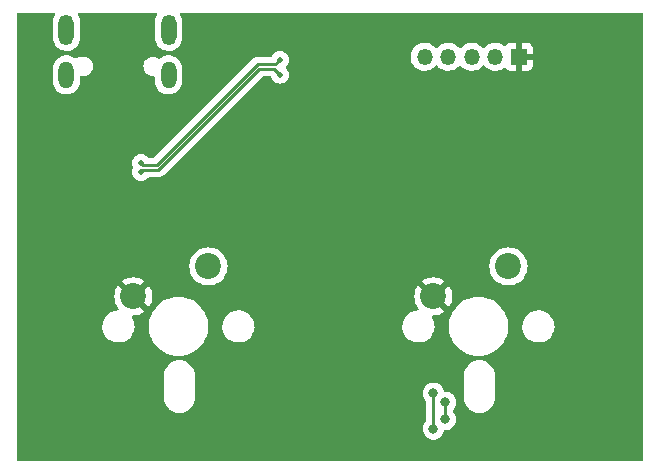
<source format=gbr>
%TF.GenerationSoftware,KiCad,Pcbnew,(6.0.0-rc2-14-ga17a58203b)*%
%TF.CreationDate,2022-02-14T14:16:27-08:00*%
%TF.ProjectId,muon,6d756f6e-2e6b-4696-9361-645f70636258,rev?*%
%TF.SameCoordinates,Original*%
%TF.FileFunction,Copper,L2,Bot*%
%TF.FilePolarity,Positive*%
%FSLAX46Y46*%
G04 Gerber Fmt 4.6, Leading zero omitted, Abs format (unit mm)*
G04 Created by KiCad (PCBNEW (6.0.0-rc2-14-ga17a58203b)) date 2022-02-14 14:16:27*
%MOMM*%
%LPD*%
G01*
G04 APERTURE LIST*
%TA.AperFunction,ComponentPad*%
%ADD10C,2.200000*%
%TD*%
%TA.AperFunction,ComponentPad*%
%ADD11O,1.300000X2.600000*%
%TD*%
%TA.AperFunction,ComponentPad*%
%ADD12O,1.300000X2.300000*%
%TD*%
%TA.AperFunction,ComponentPad*%
%ADD13R,1.350000X1.350000*%
%TD*%
%TA.AperFunction,ComponentPad*%
%ADD14O,1.350000X1.350000*%
%TD*%
%TA.AperFunction,ViaPad*%
%ADD15C,0.800000*%
%TD*%
%TA.AperFunction,ViaPad*%
%ADD16C,0.500000*%
%TD*%
%TA.AperFunction,Conductor*%
%ADD17C,0.250000*%
%TD*%
G04 APERTURE END LIST*
D10*
%TO.P,SW2,1,A*%
%TO.N,/SW2*%
X170100000Y-80000000D03*
%TO.P,SW2,2,B*%
%TO.N,GND*%
X163750000Y-82540000D03*
%TD*%
D11*
%TO.P,J2,S1,SHIELD*%
%TO.N,/SH*%
X132680000Y-59950000D03*
D12*
X141320000Y-63775000D03*
X132680000Y-63775000D03*
D11*
X141320000Y-59950000D03*
%TD*%
D13*
%TO.P,J1,1,Pin_1*%
%TO.N,GND*%
X171000000Y-62250000D03*
D14*
%TO.P,J1,2,Pin_2*%
%TO.N,+3V3*%
X169000000Y-62250000D03*
%TO.P,J1,3,Pin_3*%
%TO.N,/SWCLK*%
X167000000Y-62250000D03*
%TO.P,J1,4,Pin_4*%
%TO.N,/SWDIO*%
X165000000Y-62250000D03*
%TO.P,J1,5,Pin_5*%
%TO.N,/RESET*%
X163000000Y-62250000D03*
%TD*%
D10*
%TO.P,SW1,1,A*%
%TO.N,/SW1*%
X144700000Y-80000000D03*
%TO.P,SW1,2,B*%
%TO.N,GND*%
X138350000Y-82540000D03*
%TD*%
D15*
%TO.N,GND*%
X171000000Y-64412500D03*
X129500000Y-63500000D03*
X172000000Y-64412500D03*
D16*
X138500000Y-67500000D03*
D15*
X129500000Y-60500000D03*
%TO.N,/LED_R*%
X163750000Y-93750000D03*
X163750000Y-90750000D03*
%TO.N,/LED_G*%
X164750000Y-92944020D03*
X164750000Y-91500000D03*
D16*
%TO.N,/D+*%
X139000000Y-72000000D03*
X150750000Y-63750000D03*
%TO.N,/D-*%
X150750000Y-62500000D03*
X139000000Y-71250000D03*
%TD*%
D17*
%TO.N,/LED_R*%
X163750000Y-90750000D02*
X163750000Y-93750000D01*
%TO.N,/LED_G*%
X164750000Y-92944020D02*
X164750000Y-91500000D01*
%TO.N,/D+*%
X140450000Y-71800000D02*
X139200000Y-71800000D01*
X150750000Y-63750000D02*
X150250000Y-63250000D01*
X149000000Y-63250000D02*
X140450000Y-71800000D01*
X139200000Y-71800000D02*
X139000000Y-72000000D01*
X150250000Y-63250000D02*
X149000000Y-63250000D01*
%TO.N,/D-*%
X139200000Y-71450000D02*
X139000000Y-71250000D01*
X148855223Y-62900481D02*
X148650480Y-63105225D01*
X148650480Y-63105225D02*
X140305704Y-71450000D01*
X150750000Y-62500000D02*
X150349519Y-62900481D01*
X140305704Y-71450000D02*
X139200000Y-71450000D01*
X150349519Y-62900481D02*
X148855223Y-62900481D01*
%TD*%
%TA.AperFunction,Conductor*%
%TO.N,GND*%
G36*
X131646995Y-58528002D02*
G01*
X131693488Y-58581658D01*
X131703592Y-58651932D01*
X131690382Y-58692668D01*
X131605100Y-58854762D01*
X131603386Y-58860283D01*
X131603384Y-58860287D01*
X131550494Y-59030623D01*
X131541961Y-59058102D01*
X131521500Y-59230982D01*
X131521500Y-60654013D01*
X131536019Y-60812024D01*
X131593814Y-61016948D01*
X131596366Y-61022123D01*
X131596368Y-61022128D01*
X131671863Y-61175215D01*
X131687985Y-61207908D01*
X131815378Y-61378509D01*
X131971729Y-61523037D01*
X132097920Y-61602658D01*
X132139629Y-61628974D01*
X132151799Y-61636653D01*
X132349559Y-61715551D01*
X132355219Y-61716677D01*
X132355223Y-61716678D01*
X132552718Y-61755962D01*
X132552720Y-61755962D01*
X132558385Y-61757089D01*
X132564160Y-61757165D01*
X132564164Y-61757165D01*
X132670839Y-61758561D01*
X132771284Y-61759876D01*
X132776982Y-61758897D01*
X132975436Y-61724797D01*
X132975439Y-61724796D01*
X132981126Y-61723819D01*
X133180884Y-61650125D01*
X133363866Y-61541261D01*
X133523946Y-61400875D01*
X133655762Y-61233667D01*
X133669943Y-61206715D01*
X133736322Y-61080548D01*
X133754900Y-61045238D01*
X133763685Y-61016948D01*
X133816324Y-60847421D01*
X133818039Y-60841898D01*
X133838500Y-60669018D01*
X133838500Y-59245987D01*
X133823981Y-59087976D01*
X133766186Y-58883052D01*
X133672015Y-58692092D01*
X133673808Y-58691208D01*
X133657601Y-58631314D01*
X133679050Y-58563635D01*
X133733684Y-58518297D01*
X133783572Y-58508000D01*
X140218874Y-58508000D01*
X140286995Y-58528002D01*
X140333488Y-58581658D01*
X140343592Y-58651932D01*
X140330382Y-58692668D01*
X140245100Y-58854762D01*
X140243386Y-58860283D01*
X140243384Y-58860287D01*
X140190494Y-59030623D01*
X140181961Y-59058102D01*
X140161500Y-59230982D01*
X140161500Y-60654013D01*
X140176019Y-60812024D01*
X140233814Y-61016948D01*
X140236366Y-61022123D01*
X140236368Y-61022128D01*
X140311863Y-61175215D01*
X140327985Y-61207908D01*
X140455378Y-61378509D01*
X140611729Y-61523037D01*
X140737920Y-61602658D01*
X140779629Y-61628974D01*
X140791799Y-61636653D01*
X140989559Y-61715551D01*
X140995219Y-61716677D01*
X140995223Y-61716678D01*
X141192718Y-61755962D01*
X141192720Y-61755962D01*
X141198385Y-61757089D01*
X141204160Y-61757165D01*
X141204164Y-61757165D01*
X141310839Y-61758561D01*
X141411284Y-61759876D01*
X141416982Y-61758897D01*
X141615436Y-61724797D01*
X141615439Y-61724796D01*
X141621126Y-61723819D01*
X141820884Y-61650125D01*
X142003866Y-61541261D01*
X142163946Y-61400875D01*
X142295762Y-61233667D01*
X142309943Y-61206715D01*
X142376322Y-61080548D01*
X142394900Y-61045238D01*
X142403685Y-61016948D01*
X142456324Y-60847421D01*
X142458039Y-60841898D01*
X142478500Y-60669018D01*
X142478500Y-59245987D01*
X142463981Y-59087976D01*
X142406186Y-58883052D01*
X142312015Y-58692092D01*
X142313808Y-58691208D01*
X142297601Y-58631314D01*
X142319050Y-58563635D01*
X142373684Y-58518297D01*
X142423572Y-58508000D01*
X181366000Y-58508000D01*
X181434121Y-58528002D01*
X181480614Y-58581658D01*
X181492000Y-58634000D01*
X181492000Y-96366000D01*
X181471998Y-96434121D01*
X181418342Y-96480614D01*
X181366000Y-96492000D01*
X128634000Y-96492000D01*
X128565879Y-96471998D01*
X128519386Y-96418342D01*
X128508000Y-96366000D01*
X128508000Y-93750000D01*
X162836496Y-93750000D01*
X162856458Y-93939928D01*
X162915473Y-94121556D01*
X163010960Y-94286944D01*
X163138747Y-94428866D01*
X163293248Y-94541118D01*
X163299276Y-94543802D01*
X163299278Y-94543803D01*
X163461681Y-94616109D01*
X163467712Y-94618794D01*
X163561113Y-94638647D01*
X163648056Y-94657128D01*
X163648061Y-94657128D01*
X163654513Y-94658500D01*
X163845487Y-94658500D01*
X163851939Y-94657128D01*
X163851944Y-94657128D01*
X163938887Y-94638647D01*
X164032288Y-94618794D01*
X164038319Y-94616109D01*
X164200722Y-94543803D01*
X164200724Y-94543802D01*
X164206752Y-94541118D01*
X164361253Y-94428866D01*
X164489040Y-94286944D01*
X164584527Y-94121556D01*
X164643542Y-93939928D01*
X164646400Y-93940857D01*
X164673900Y-93889879D01*
X164736038Y-93855537D01*
X164763448Y-93852520D01*
X164845487Y-93852520D01*
X164851939Y-93851148D01*
X164851944Y-93851148D01*
X164938888Y-93832667D01*
X165032288Y-93812814D01*
X165038319Y-93810129D01*
X165200722Y-93737823D01*
X165200724Y-93737822D01*
X165206752Y-93735138D01*
X165361253Y-93622886D01*
X165489040Y-93480964D01*
X165584527Y-93315576D01*
X165643542Y-93133948D01*
X165652631Y-93047476D01*
X165662814Y-92950585D01*
X165663504Y-92944020D01*
X165643542Y-92754092D01*
X165584527Y-92572464D01*
X165489040Y-92407076D01*
X165415863Y-92325805D01*
X165385147Y-92261799D01*
X165383500Y-92241496D01*
X165383500Y-92202524D01*
X165403502Y-92134403D01*
X165415858Y-92118221D01*
X165489040Y-92036944D01*
X165584527Y-91871556D01*
X165643542Y-91689928D01*
X165663504Y-91500000D01*
X165643542Y-91310072D01*
X165592222Y-91152127D01*
X166331500Y-91152127D01*
X166346457Y-91323087D01*
X166347881Y-91328400D01*
X166347881Y-91328402D01*
X166375700Y-91432221D01*
X166405716Y-91544243D01*
X166408039Y-91549224D01*
X166408039Y-91549225D01*
X166500151Y-91746762D01*
X166500154Y-91746767D01*
X166502477Y-91751749D01*
X166633802Y-91939300D01*
X166795700Y-92101198D01*
X166800208Y-92104355D01*
X166800211Y-92104357D01*
X166878389Y-92159098D01*
X166983251Y-92232523D01*
X166988233Y-92234846D01*
X166988238Y-92234849D01*
X167185775Y-92326961D01*
X167190757Y-92329284D01*
X167196065Y-92330706D01*
X167196067Y-92330707D01*
X167406598Y-92387119D01*
X167406600Y-92387119D01*
X167411913Y-92388543D01*
X167640000Y-92408498D01*
X167868087Y-92388543D01*
X167873400Y-92387119D01*
X167873402Y-92387119D01*
X168083933Y-92330707D01*
X168083935Y-92330706D01*
X168089243Y-92329284D01*
X168094225Y-92326961D01*
X168291762Y-92234849D01*
X168291767Y-92234846D01*
X168296749Y-92232523D01*
X168401611Y-92159098D01*
X168479789Y-92104357D01*
X168479792Y-92104355D01*
X168484300Y-92101198D01*
X168646198Y-91939300D01*
X168777523Y-91751749D01*
X168779846Y-91746767D01*
X168779849Y-91746762D01*
X168871961Y-91549225D01*
X168871961Y-91549224D01*
X168874284Y-91544243D01*
X168904301Y-91432221D01*
X168932119Y-91328402D01*
X168932119Y-91328400D01*
X168933543Y-91323087D01*
X168948500Y-91152127D01*
X168948500Y-89187873D01*
X168933543Y-89016913D01*
X168874284Y-88795757D01*
X168871961Y-88790775D01*
X168779849Y-88593238D01*
X168779846Y-88593233D01*
X168777523Y-88588251D01*
X168646198Y-88400700D01*
X168484300Y-88238802D01*
X168479792Y-88235645D01*
X168479789Y-88235643D01*
X168401611Y-88180902D01*
X168296749Y-88107477D01*
X168291767Y-88105154D01*
X168291762Y-88105151D01*
X168094225Y-88013039D01*
X168094224Y-88013039D01*
X168089243Y-88010716D01*
X168083935Y-88009294D01*
X168083933Y-88009293D01*
X167873402Y-87952881D01*
X167873400Y-87952881D01*
X167868087Y-87951457D01*
X167640000Y-87931502D01*
X167411913Y-87951457D01*
X167406600Y-87952881D01*
X167406598Y-87952881D01*
X167196067Y-88009293D01*
X167196065Y-88009294D01*
X167190757Y-88010716D01*
X167185776Y-88013039D01*
X167185775Y-88013039D01*
X166988238Y-88105151D01*
X166988233Y-88105154D01*
X166983251Y-88107477D01*
X166878389Y-88180902D01*
X166800211Y-88235643D01*
X166800208Y-88235645D01*
X166795700Y-88238802D01*
X166633802Y-88400700D01*
X166502477Y-88588251D01*
X166500154Y-88593233D01*
X166500151Y-88593238D01*
X166408039Y-88790775D01*
X166405716Y-88795757D01*
X166346457Y-89016913D01*
X166331500Y-89187873D01*
X166331500Y-91152127D01*
X165592222Y-91152127D01*
X165584527Y-91128444D01*
X165489040Y-90963056D01*
X165468216Y-90939928D01*
X165365675Y-90826045D01*
X165365674Y-90826044D01*
X165361253Y-90821134D01*
X165206752Y-90708882D01*
X165200724Y-90706198D01*
X165200722Y-90706197D01*
X165038319Y-90633891D01*
X165038318Y-90633891D01*
X165032288Y-90631206D01*
X164938888Y-90611353D01*
X164851944Y-90592872D01*
X164851939Y-90592872D01*
X164845487Y-90591500D01*
X164745298Y-90591500D01*
X164677177Y-90571498D01*
X164630684Y-90517842D01*
X164625465Y-90504437D01*
X164586568Y-90384726D01*
X164584527Y-90378444D01*
X164489040Y-90213056D01*
X164361253Y-90071134D01*
X164206752Y-89958882D01*
X164200724Y-89956198D01*
X164200722Y-89956197D01*
X164038319Y-89883891D01*
X164038318Y-89883891D01*
X164032288Y-89881206D01*
X163938887Y-89861353D01*
X163851944Y-89842872D01*
X163851939Y-89842872D01*
X163845487Y-89841500D01*
X163654513Y-89841500D01*
X163648061Y-89842872D01*
X163648056Y-89842872D01*
X163561113Y-89861353D01*
X163467712Y-89881206D01*
X163461682Y-89883891D01*
X163461681Y-89883891D01*
X163299278Y-89956197D01*
X163299276Y-89956198D01*
X163293248Y-89958882D01*
X163138747Y-90071134D01*
X163010960Y-90213056D01*
X162915473Y-90378444D01*
X162856458Y-90560072D01*
X162855768Y-90566633D01*
X162855768Y-90566635D01*
X162848699Y-90633891D01*
X162836496Y-90750000D01*
X162837186Y-90756565D01*
X162844489Y-90826045D01*
X162856458Y-90939928D01*
X162915473Y-91121556D01*
X163010960Y-91286944D01*
X163084137Y-91368215D01*
X163114853Y-91432221D01*
X163116500Y-91452524D01*
X163116500Y-93047476D01*
X163096498Y-93115597D01*
X163084142Y-93131779D01*
X163010960Y-93213056D01*
X162915473Y-93378444D01*
X162856458Y-93560072D01*
X162836496Y-93750000D01*
X128508000Y-93750000D01*
X128508000Y-91152127D01*
X140931500Y-91152127D01*
X140946457Y-91323087D01*
X140947881Y-91328400D01*
X140947881Y-91328402D01*
X140975700Y-91432221D01*
X141005716Y-91544243D01*
X141008039Y-91549224D01*
X141008039Y-91549225D01*
X141100151Y-91746762D01*
X141100154Y-91746767D01*
X141102477Y-91751749D01*
X141233802Y-91939300D01*
X141395700Y-92101198D01*
X141400208Y-92104355D01*
X141400211Y-92104357D01*
X141478389Y-92159098D01*
X141583251Y-92232523D01*
X141588233Y-92234846D01*
X141588238Y-92234849D01*
X141785775Y-92326961D01*
X141790757Y-92329284D01*
X141796065Y-92330706D01*
X141796067Y-92330707D01*
X142006598Y-92387119D01*
X142006600Y-92387119D01*
X142011913Y-92388543D01*
X142240000Y-92408498D01*
X142468087Y-92388543D01*
X142473400Y-92387119D01*
X142473402Y-92387119D01*
X142683933Y-92330707D01*
X142683935Y-92330706D01*
X142689243Y-92329284D01*
X142694225Y-92326961D01*
X142891762Y-92234849D01*
X142891767Y-92234846D01*
X142896749Y-92232523D01*
X143001611Y-92159098D01*
X143079789Y-92104357D01*
X143079792Y-92104355D01*
X143084300Y-92101198D01*
X143246198Y-91939300D01*
X143377523Y-91751749D01*
X143379846Y-91746767D01*
X143379849Y-91746762D01*
X143471961Y-91549225D01*
X143471961Y-91549224D01*
X143474284Y-91544243D01*
X143504301Y-91432221D01*
X143532119Y-91328402D01*
X143532119Y-91328400D01*
X143533543Y-91323087D01*
X143548500Y-91152127D01*
X143548500Y-89187873D01*
X143533543Y-89016913D01*
X143474284Y-88795757D01*
X143471961Y-88790775D01*
X143379849Y-88593238D01*
X143379846Y-88593233D01*
X143377523Y-88588251D01*
X143246198Y-88400700D01*
X143084300Y-88238802D01*
X143079792Y-88235645D01*
X143079789Y-88235643D01*
X143001611Y-88180902D01*
X142896749Y-88107477D01*
X142891767Y-88105154D01*
X142891762Y-88105151D01*
X142694225Y-88013039D01*
X142694224Y-88013039D01*
X142689243Y-88010716D01*
X142683935Y-88009294D01*
X142683933Y-88009293D01*
X142473402Y-87952881D01*
X142473400Y-87952881D01*
X142468087Y-87951457D01*
X142240000Y-87931502D01*
X142011913Y-87951457D01*
X142006600Y-87952881D01*
X142006598Y-87952881D01*
X141796067Y-88009293D01*
X141796065Y-88009294D01*
X141790757Y-88010716D01*
X141785776Y-88013039D01*
X141785775Y-88013039D01*
X141588238Y-88105151D01*
X141588233Y-88105154D01*
X141583251Y-88107477D01*
X141478389Y-88180902D01*
X141400211Y-88235643D01*
X141400208Y-88235645D01*
X141395700Y-88238802D01*
X141233802Y-88400700D01*
X141102477Y-88588251D01*
X141100154Y-88593233D01*
X141100151Y-88593238D01*
X141008039Y-88790775D01*
X141005716Y-88795757D01*
X140946457Y-89016913D01*
X140931500Y-89187873D01*
X140931500Y-91152127D01*
X128508000Y-91152127D01*
X128508000Y-85015774D01*
X135718102Y-85015774D01*
X135726751Y-85246158D01*
X135774093Y-85471791D01*
X135858776Y-85686221D01*
X135978377Y-85883317D01*
X135981874Y-85887347D01*
X136068438Y-85987103D01*
X136129477Y-86057445D01*
X136133608Y-86060832D01*
X136303627Y-86200240D01*
X136303633Y-86200244D01*
X136307755Y-86203624D01*
X136312391Y-86206263D01*
X136312394Y-86206265D01*
X136421422Y-86268327D01*
X136508114Y-86317675D01*
X136724825Y-86396337D01*
X136730074Y-86397286D01*
X136730077Y-86397287D01*
X136947608Y-86436623D01*
X136947615Y-86436624D01*
X136951692Y-86437361D01*
X136969414Y-86438197D01*
X136974356Y-86438430D01*
X136974363Y-86438430D01*
X136975844Y-86438500D01*
X137137890Y-86438500D01*
X137204809Y-86432822D01*
X137304409Y-86424371D01*
X137304413Y-86424370D01*
X137309720Y-86423920D01*
X137314875Y-86422582D01*
X137314881Y-86422581D01*
X137527703Y-86367343D01*
X137527707Y-86367342D01*
X137532872Y-86366001D01*
X137537738Y-86363809D01*
X137537741Y-86363808D01*
X137738202Y-86273507D01*
X137743075Y-86271312D01*
X137934319Y-86142559D01*
X138101135Y-85983424D01*
X138238754Y-85798458D01*
X138343240Y-85592949D01*
X138356274Y-85550975D01*
X138410024Y-85377871D01*
X138411607Y-85372773D01*
X138412308Y-85367484D01*
X138429493Y-85237821D01*
X139651500Y-85237821D01*
X139691060Y-85550975D01*
X139769557Y-85856702D01*
X139771010Y-85860371D01*
X139771010Y-85860372D01*
X139881279Y-86138878D01*
X139885753Y-86150179D01*
X139887659Y-86153647D01*
X139887660Y-86153648D01*
X140021603Y-86397287D01*
X140037816Y-86426779D01*
X140223346Y-86682140D01*
X140439418Y-86912233D01*
X140682625Y-87113432D01*
X140949131Y-87282562D01*
X140952710Y-87284246D01*
X140952717Y-87284250D01*
X141231144Y-87415267D01*
X141231148Y-87415269D01*
X141234734Y-87416956D01*
X141534928Y-87514495D01*
X141844980Y-87573641D01*
X142081162Y-87588500D01*
X142238838Y-87588500D01*
X142475020Y-87573641D01*
X142785072Y-87514495D01*
X143085266Y-87416956D01*
X143088852Y-87415269D01*
X143088856Y-87415267D01*
X143367283Y-87284250D01*
X143367290Y-87284246D01*
X143370869Y-87282562D01*
X143637375Y-87113432D01*
X143880582Y-86912233D01*
X144096654Y-86682140D01*
X144282184Y-86426779D01*
X144298398Y-86397287D01*
X144432340Y-86153648D01*
X144432341Y-86153647D01*
X144434247Y-86150179D01*
X144438722Y-86138878D01*
X144548990Y-85860372D01*
X144548990Y-85860371D01*
X144550443Y-85856702D01*
X144628940Y-85550975D01*
X144668500Y-85237821D01*
X144668500Y-85015774D01*
X145878102Y-85015774D01*
X145886751Y-85246158D01*
X145934093Y-85471791D01*
X146018776Y-85686221D01*
X146138377Y-85883317D01*
X146141874Y-85887347D01*
X146228438Y-85987103D01*
X146289477Y-86057445D01*
X146293608Y-86060832D01*
X146463627Y-86200240D01*
X146463633Y-86200244D01*
X146467755Y-86203624D01*
X146472391Y-86206263D01*
X146472394Y-86206265D01*
X146581422Y-86268327D01*
X146668114Y-86317675D01*
X146884825Y-86396337D01*
X146890074Y-86397286D01*
X146890077Y-86397287D01*
X147107608Y-86436623D01*
X147107615Y-86436624D01*
X147111692Y-86437361D01*
X147129414Y-86438197D01*
X147134356Y-86438430D01*
X147134363Y-86438430D01*
X147135844Y-86438500D01*
X147297890Y-86438500D01*
X147364809Y-86432822D01*
X147464409Y-86424371D01*
X147464413Y-86424370D01*
X147469720Y-86423920D01*
X147474875Y-86422582D01*
X147474881Y-86422581D01*
X147687703Y-86367343D01*
X147687707Y-86367342D01*
X147692872Y-86366001D01*
X147697738Y-86363809D01*
X147697741Y-86363808D01*
X147898202Y-86273507D01*
X147903075Y-86271312D01*
X148094319Y-86142559D01*
X148261135Y-85983424D01*
X148398754Y-85798458D01*
X148503240Y-85592949D01*
X148516274Y-85550975D01*
X148570024Y-85377871D01*
X148571607Y-85372773D01*
X148572308Y-85367484D01*
X148601198Y-85149511D01*
X148601198Y-85149506D01*
X148601898Y-85144226D01*
X148597076Y-85015774D01*
X161118102Y-85015774D01*
X161126751Y-85246158D01*
X161174093Y-85471791D01*
X161258776Y-85686221D01*
X161378377Y-85883317D01*
X161381874Y-85887347D01*
X161468438Y-85987103D01*
X161529477Y-86057445D01*
X161533608Y-86060832D01*
X161703627Y-86200240D01*
X161703633Y-86200244D01*
X161707755Y-86203624D01*
X161712391Y-86206263D01*
X161712394Y-86206265D01*
X161821422Y-86268327D01*
X161908114Y-86317675D01*
X162124825Y-86396337D01*
X162130074Y-86397286D01*
X162130077Y-86397287D01*
X162347608Y-86436623D01*
X162347615Y-86436624D01*
X162351692Y-86437361D01*
X162369414Y-86438197D01*
X162374356Y-86438430D01*
X162374363Y-86438430D01*
X162375844Y-86438500D01*
X162537890Y-86438500D01*
X162604809Y-86432822D01*
X162704409Y-86424371D01*
X162704413Y-86424370D01*
X162709720Y-86423920D01*
X162714875Y-86422582D01*
X162714881Y-86422581D01*
X162927703Y-86367343D01*
X162927707Y-86367342D01*
X162932872Y-86366001D01*
X162937738Y-86363809D01*
X162937741Y-86363808D01*
X163138202Y-86273507D01*
X163143075Y-86271312D01*
X163334319Y-86142559D01*
X163501135Y-85983424D01*
X163638754Y-85798458D01*
X163743240Y-85592949D01*
X163756274Y-85550975D01*
X163810024Y-85377871D01*
X163811607Y-85372773D01*
X163812308Y-85367484D01*
X163829493Y-85237821D01*
X165051500Y-85237821D01*
X165091060Y-85550975D01*
X165169557Y-85856702D01*
X165171010Y-85860371D01*
X165171010Y-85860372D01*
X165281279Y-86138878D01*
X165285753Y-86150179D01*
X165287659Y-86153647D01*
X165287660Y-86153648D01*
X165421603Y-86397287D01*
X165437816Y-86426779D01*
X165623346Y-86682140D01*
X165839418Y-86912233D01*
X166082625Y-87113432D01*
X166349131Y-87282562D01*
X166352710Y-87284246D01*
X166352717Y-87284250D01*
X166631144Y-87415267D01*
X166631148Y-87415269D01*
X166634734Y-87416956D01*
X166934928Y-87514495D01*
X167244980Y-87573641D01*
X167481162Y-87588500D01*
X167638838Y-87588500D01*
X167875020Y-87573641D01*
X168185072Y-87514495D01*
X168485266Y-87416956D01*
X168488852Y-87415269D01*
X168488856Y-87415267D01*
X168767283Y-87284250D01*
X168767290Y-87284246D01*
X168770869Y-87282562D01*
X169037375Y-87113432D01*
X169280582Y-86912233D01*
X169496654Y-86682140D01*
X169682184Y-86426779D01*
X169698398Y-86397287D01*
X169832340Y-86153648D01*
X169832341Y-86153647D01*
X169834247Y-86150179D01*
X169838722Y-86138878D01*
X169948990Y-85860372D01*
X169948990Y-85860371D01*
X169950443Y-85856702D01*
X170028940Y-85550975D01*
X170068500Y-85237821D01*
X170068500Y-85015774D01*
X171278102Y-85015774D01*
X171286751Y-85246158D01*
X171334093Y-85471791D01*
X171418776Y-85686221D01*
X171538377Y-85883317D01*
X171541874Y-85887347D01*
X171628438Y-85987103D01*
X171689477Y-86057445D01*
X171693608Y-86060832D01*
X171863627Y-86200240D01*
X171863633Y-86200244D01*
X171867755Y-86203624D01*
X171872391Y-86206263D01*
X171872394Y-86206265D01*
X171981422Y-86268327D01*
X172068114Y-86317675D01*
X172284825Y-86396337D01*
X172290074Y-86397286D01*
X172290077Y-86397287D01*
X172507608Y-86436623D01*
X172507615Y-86436624D01*
X172511692Y-86437361D01*
X172529414Y-86438197D01*
X172534356Y-86438430D01*
X172534363Y-86438430D01*
X172535844Y-86438500D01*
X172697890Y-86438500D01*
X172764809Y-86432822D01*
X172864409Y-86424371D01*
X172864413Y-86424370D01*
X172869720Y-86423920D01*
X172874875Y-86422582D01*
X172874881Y-86422581D01*
X173087703Y-86367343D01*
X173087707Y-86367342D01*
X173092872Y-86366001D01*
X173097738Y-86363809D01*
X173097741Y-86363808D01*
X173298202Y-86273507D01*
X173303075Y-86271312D01*
X173494319Y-86142559D01*
X173661135Y-85983424D01*
X173798754Y-85798458D01*
X173903240Y-85592949D01*
X173916274Y-85550975D01*
X173970024Y-85377871D01*
X173971607Y-85372773D01*
X173972308Y-85367484D01*
X174001198Y-85149511D01*
X174001198Y-85149506D01*
X174001898Y-85144226D01*
X173993249Y-84913842D01*
X173945907Y-84688209D01*
X173861224Y-84473779D01*
X173741623Y-84276683D01*
X173654755Y-84176576D01*
X173594023Y-84106588D01*
X173594021Y-84106586D01*
X173590523Y-84102555D01*
X173548970Y-84068484D01*
X173416373Y-83959760D01*
X173416367Y-83959756D01*
X173412245Y-83956376D01*
X173407609Y-83953737D01*
X173407606Y-83953735D01*
X173216529Y-83844968D01*
X173211886Y-83842325D01*
X172995175Y-83763663D01*
X172989926Y-83762714D01*
X172989923Y-83762713D01*
X172772392Y-83723377D01*
X172772385Y-83723376D01*
X172768308Y-83722639D01*
X172750586Y-83721803D01*
X172745644Y-83721570D01*
X172745637Y-83721570D01*
X172744156Y-83721500D01*
X172582110Y-83721500D01*
X172515191Y-83727178D01*
X172415591Y-83735629D01*
X172415587Y-83735630D01*
X172410280Y-83736080D01*
X172405125Y-83737418D01*
X172405119Y-83737419D01*
X172192297Y-83792657D01*
X172192293Y-83792658D01*
X172187128Y-83793999D01*
X172182262Y-83796191D01*
X172182259Y-83796192D01*
X172074287Y-83844830D01*
X171976925Y-83888688D01*
X171785681Y-84017441D01*
X171618865Y-84176576D01*
X171481246Y-84361542D01*
X171376760Y-84567051D01*
X171375178Y-84572145D01*
X171375177Y-84572148D01*
X171313115Y-84772020D01*
X171308393Y-84787227D01*
X171307692Y-84792516D01*
X171292304Y-84908623D01*
X171278102Y-85015774D01*
X170068500Y-85015774D01*
X170068500Y-84922179D01*
X170028940Y-84609025D01*
X169950443Y-84303298D01*
X169900270Y-84176576D01*
X169835702Y-84013495D01*
X169835700Y-84013490D01*
X169834247Y-84009821D01*
X169767653Y-83888688D01*
X169684093Y-83736693D01*
X169684091Y-83736690D01*
X169682184Y-83733221D01*
X169496654Y-83477860D01*
X169317423Y-83286999D01*
X169283297Y-83250658D01*
X169283296Y-83250657D01*
X169280582Y-83247767D01*
X169037375Y-83046568D01*
X168770869Y-82877438D01*
X168767290Y-82875754D01*
X168767283Y-82875750D01*
X168488856Y-82744733D01*
X168488852Y-82744731D01*
X168485266Y-82743044D01*
X168185072Y-82645505D01*
X167875020Y-82586359D01*
X167638838Y-82571500D01*
X167481162Y-82571500D01*
X167244980Y-82586359D01*
X166934928Y-82645505D01*
X166634734Y-82743044D01*
X166631148Y-82744731D01*
X166631144Y-82744733D01*
X166352717Y-82875750D01*
X166352710Y-82875754D01*
X166349131Y-82877438D01*
X166082625Y-83046568D01*
X165839418Y-83247767D01*
X165836704Y-83250657D01*
X165836703Y-83250658D01*
X165802577Y-83286999D01*
X165623346Y-83477860D01*
X165437816Y-83733221D01*
X165435909Y-83736690D01*
X165435907Y-83736693D01*
X165352347Y-83888688D01*
X165285753Y-84009821D01*
X165284300Y-84013490D01*
X165284298Y-84013495D01*
X165219730Y-84176576D01*
X165169557Y-84303298D01*
X165091060Y-84609025D01*
X165051500Y-84922179D01*
X165051500Y-85237821D01*
X163829493Y-85237821D01*
X163841198Y-85149511D01*
X163841198Y-85149506D01*
X163841898Y-85144226D01*
X163833249Y-84913842D01*
X163785907Y-84688209D01*
X163701224Y-84473779D01*
X163698456Y-84469217D01*
X163698453Y-84469211D01*
X163621943Y-84343126D01*
X163603704Y-84274512D01*
X163625456Y-84206930D01*
X163680292Y-84161836D01*
X163739553Y-84152150D01*
X163745065Y-84152584D01*
X163754930Y-84152584D01*
X163997390Y-84133502D01*
X164007137Y-84131959D01*
X164243624Y-84075183D01*
X164253009Y-84072134D01*
X164477700Y-83979064D01*
X164486494Y-83974583D01*
X164681167Y-83855287D01*
X164690627Y-83844830D01*
X164686844Y-83836054D01*
X163391922Y-82541132D01*
X164114408Y-82541132D01*
X164114539Y-82542965D01*
X164118790Y-82549580D01*
X165043010Y-83473800D01*
X165055390Y-83480560D01*
X165063040Y-83474833D01*
X165184583Y-83276494D01*
X165189064Y-83267700D01*
X165282134Y-83043009D01*
X165285183Y-83033624D01*
X165341959Y-82797137D01*
X165343502Y-82787390D01*
X165362584Y-82544930D01*
X165362584Y-82535070D01*
X165343502Y-82292610D01*
X165341959Y-82282863D01*
X165285183Y-82046376D01*
X165282134Y-82036991D01*
X165189064Y-81812300D01*
X165184583Y-81803506D01*
X165065287Y-81608833D01*
X165054830Y-81599373D01*
X165046054Y-81603156D01*
X164122022Y-82527188D01*
X164114408Y-82541132D01*
X163391922Y-82541132D01*
X162456990Y-81606200D01*
X162444610Y-81599440D01*
X162436960Y-81605167D01*
X162315417Y-81803506D01*
X162310936Y-81812300D01*
X162217866Y-82036991D01*
X162214817Y-82046376D01*
X162158041Y-82282863D01*
X162156498Y-82292610D01*
X162137416Y-82535070D01*
X162137416Y-82544930D01*
X162156498Y-82787390D01*
X162158041Y-82797137D01*
X162214817Y-83033624D01*
X162217866Y-83043009D01*
X162310936Y-83267700D01*
X162315417Y-83276494D01*
X162442496Y-83483867D01*
X162448294Y-83491847D01*
X162470017Y-83517282D01*
X162499048Y-83582072D01*
X162488443Y-83652272D01*
X162441568Y-83705594D01*
X162384860Y-83724661D01*
X162337663Y-83728665D01*
X162255591Y-83735629D01*
X162255587Y-83735630D01*
X162250280Y-83736080D01*
X162245125Y-83737418D01*
X162245119Y-83737419D01*
X162032297Y-83792657D01*
X162032293Y-83792658D01*
X162027128Y-83793999D01*
X162022262Y-83796191D01*
X162022259Y-83796192D01*
X161914287Y-83844830D01*
X161816925Y-83888688D01*
X161625681Y-84017441D01*
X161458865Y-84176576D01*
X161321246Y-84361542D01*
X161216760Y-84567051D01*
X161215178Y-84572145D01*
X161215177Y-84572148D01*
X161153115Y-84772020D01*
X161148393Y-84787227D01*
X161147692Y-84792516D01*
X161132304Y-84908623D01*
X161118102Y-85015774D01*
X148597076Y-85015774D01*
X148593249Y-84913842D01*
X148545907Y-84688209D01*
X148461224Y-84473779D01*
X148341623Y-84276683D01*
X148254755Y-84176576D01*
X148194023Y-84106588D01*
X148194021Y-84106586D01*
X148190523Y-84102555D01*
X148148970Y-84068484D01*
X148016373Y-83959760D01*
X148016367Y-83959756D01*
X148012245Y-83956376D01*
X148007609Y-83953737D01*
X148007606Y-83953735D01*
X147816529Y-83844968D01*
X147811886Y-83842325D01*
X147595175Y-83763663D01*
X147589926Y-83762714D01*
X147589923Y-83762713D01*
X147372392Y-83723377D01*
X147372385Y-83723376D01*
X147368308Y-83722639D01*
X147350586Y-83721803D01*
X147345644Y-83721570D01*
X147345637Y-83721570D01*
X147344156Y-83721500D01*
X147182110Y-83721500D01*
X147115191Y-83727178D01*
X147015591Y-83735629D01*
X147015587Y-83735630D01*
X147010280Y-83736080D01*
X147005125Y-83737418D01*
X147005119Y-83737419D01*
X146792297Y-83792657D01*
X146792293Y-83792658D01*
X146787128Y-83793999D01*
X146782262Y-83796191D01*
X146782259Y-83796192D01*
X146674287Y-83844830D01*
X146576925Y-83888688D01*
X146385681Y-84017441D01*
X146218865Y-84176576D01*
X146081246Y-84361542D01*
X145976760Y-84567051D01*
X145975178Y-84572145D01*
X145975177Y-84572148D01*
X145913115Y-84772020D01*
X145908393Y-84787227D01*
X145907692Y-84792516D01*
X145892304Y-84908623D01*
X145878102Y-85015774D01*
X144668500Y-85015774D01*
X144668500Y-84922179D01*
X144628940Y-84609025D01*
X144550443Y-84303298D01*
X144500270Y-84176576D01*
X144435702Y-84013495D01*
X144435700Y-84013490D01*
X144434247Y-84009821D01*
X144367653Y-83888688D01*
X144284093Y-83736693D01*
X144284091Y-83736690D01*
X144282184Y-83733221D01*
X144096654Y-83477860D01*
X143917423Y-83286999D01*
X143883297Y-83250658D01*
X143883296Y-83250657D01*
X143880582Y-83247767D01*
X143637375Y-83046568D01*
X143370869Y-82877438D01*
X143367290Y-82875754D01*
X143367283Y-82875750D01*
X143088856Y-82744733D01*
X143088852Y-82744731D01*
X143085266Y-82743044D01*
X142785072Y-82645505D01*
X142475020Y-82586359D01*
X142238838Y-82571500D01*
X142081162Y-82571500D01*
X141844980Y-82586359D01*
X141534928Y-82645505D01*
X141234734Y-82743044D01*
X141231148Y-82744731D01*
X141231144Y-82744733D01*
X140952717Y-82875750D01*
X140952710Y-82875754D01*
X140949131Y-82877438D01*
X140682625Y-83046568D01*
X140439418Y-83247767D01*
X140436704Y-83250657D01*
X140436703Y-83250658D01*
X140402577Y-83286999D01*
X140223346Y-83477860D01*
X140037816Y-83733221D01*
X140035909Y-83736690D01*
X140035907Y-83736693D01*
X139952347Y-83888688D01*
X139885753Y-84009821D01*
X139884300Y-84013490D01*
X139884298Y-84013495D01*
X139819730Y-84176576D01*
X139769557Y-84303298D01*
X139691060Y-84609025D01*
X139651500Y-84922179D01*
X139651500Y-85237821D01*
X138429493Y-85237821D01*
X138441198Y-85149511D01*
X138441198Y-85149506D01*
X138441898Y-85144226D01*
X138433249Y-84913842D01*
X138385907Y-84688209D01*
X138301224Y-84473779D01*
X138298456Y-84469217D01*
X138298453Y-84469211D01*
X138221943Y-84343126D01*
X138203704Y-84274512D01*
X138225456Y-84206930D01*
X138280292Y-84161836D01*
X138339553Y-84152150D01*
X138345065Y-84152584D01*
X138354930Y-84152584D01*
X138597390Y-84133502D01*
X138607137Y-84131959D01*
X138843624Y-84075183D01*
X138853009Y-84072134D01*
X139077700Y-83979064D01*
X139086494Y-83974583D01*
X139281167Y-83855287D01*
X139290627Y-83844830D01*
X139286844Y-83836054D01*
X137991922Y-82541132D01*
X138714408Y-82541132D01*
X138714539Y-82542965D01*
X138718790Y-82549580D01*
X139643010Y-83473800D01*
X139655390Y-83480560D01*
X139663040Y-83474833D01*
X139784583Y-83276494D01*
X139789064Y-83267700D01*
X139882134Y-83043009D01*
X139885183Y-83033624D01*
X139941959Y-82797137D01*
X139943502Y-82787390D01*
X139962584Y-82544930D01*
X139962584Y-82535070D01*
X139943502Y-82292610D01*
X139941959Y-82282863D01*
X139885183Y-82046376D01*
X139882134Y-82036991D01*
X139789064Y-81812300D01*
X139784583Y-81803506D01*
X139665287Y-81608833D01*
X139654830Y-81599373D01*
X139646054Y-81603156D01*
X138722022Y-82527188D01*
X138714408Y-82541132D01*
X137991922Y-82541132D01*
X137056990Y-81606200D01*
X137044610Y-81599440D01*
X137036960Y-81605167D01*
X136915417Y-81803506D01*
X136910936Y-81812300D01*
X136817866Y-82036991D01*
X136814817Y-82046376D01*
X136758041Y-82282863D01*
X136756498Y-82292610D01*
X136737416Y-82535070D01*
X136737416Y-82544930D01*
X136756498Y-82787390D01*
X136758041Y-82797137D01*
X136814817Y-83033624D01*
X136817866Y-83043009D01*
X136910936Y-83267700D01*
X136915417Y-83276494D01*
X137042496Y-83483867D01*
X137048294Y-83491847D01*
X137070017Y-83517282D01*
X137099048Y-83582072D01*
X137088443Y-83652272D01*
X137041568Y-83705594D01*
X136984860Y-83724661D01*
X136937663Y-83728665D01*
X136855591Y-83735629D01*
X136855587Y-83735630D01*
X136850280Y-83736080D01*
X136845125Y-83737418D01*
X136845119Y-83737419D01*
X136632297Y-83792657D01*
X136632293Y-83792658D01*
X136627128Y-83793999D01*
X136622262Y-83796191D01*
X136622259Y-83796192D01*
X136514287Y-83844830D01*
X136416925Y-83888688D01*
X136225681Y-84017441D01*
X136058865Y-84176576D01*
X135921246Y-84361542D01*
X135816760Y-84567051D01*
X135815178Y-84572145D01*
X135815177Y-84572148D01*
X135753115Y-84772020D01*
X135748393Y-84787227D01*
X135747692Y-84792516D01*
X135732304Y-84908623D01*
X135718102Y-85015774D01*
X128508000Y-85015774D01*
X128508000Y-81235170D01*
X137409373Y-81235170D01*
X137413156Y-81243946D01*
X138337188Y-82167978D01*
X138351132Y-82175592D01*
X138352965Y-82175461D01*
X138359580Y-82171210D01*
X139283800Y-81246990D01*
X139290560Y-81234610D01*
X139284833Y-81226960D01*
X139086494Y-81105417D01*
X139077700Y-81100936D01*
X138853009Y-81007866D01*
X138843624Y-81004817D01*
X138607137Y-80948041D01*
X138597390Y-80946498D01*
X138354930Y-80927416D01*
X138345070Y-80927416D01*
X138102610Y-80946498D01*
X138092863Y-80948041D01*
X137856376Y-81004817D01*
X137846991Y-81007866D01*
X137622300Y-81100936D01*
X137613506Y-81105417D01*
X137418833Y-81224713D01*
X137409373Y-81235170D01*
X128508000Y-81235170D01*
X128508000Y-80000000D01*
X143086526Y-80000000D01*
X143106391Y-80252403D01*
X143165495Y-80498591D01*
X143262384Y-80732502D01*
X143394672Y-80948376D01*
X143559102Y-81140898D01*
X143751624Y-81305328D01*
X143967498Y-81437616D01*
X143972068Y-81439509D01*
X143972072Y-81439511D01*
X144196836Y-81532611D01*
X144201409Y-81534505D01*
X144286032Y-81554821D01*
X144442784Y-81592454D01*
X144442790Y-81592455D01*
X144447597Y-81593609D01*
X144700000Y-81613474D01*
X144952403Y-81593609D01*
X144957210Y-81592455D01*
X144957216Y-81592454D01*
X145113968Y-81554821D01*
X145198591Y-81534505D01*
X145203164Y-81532611D01*
X145427928Y-81439511D01*
X145427932Y-81439509D01*
X145432502Y-81437616D01*
X145648376Y-81305328D01*
X145730520Y-81235170D01*
X162809373Y-81235170D01*
X162813156Y-81243946D01*
X163737188Y-82167978D01*
X163751132Y-82175592D01*
X163752965Y-82175461D01*
X163759580Y-82171210D01*
X164683800Y-81246990D01*
X164690560Y-81234610D01*
X164684833Y-81226960D01*
X164486494Y-81105417D01*
X164477700Y-81100936D01*
X164253009Y-81007866D01*
X164243624Y-81004817D01*
X164007137Y-80948041D01*
X163997390Y-80946498D01*
X163754930Y-80927416D01*
X163745070Y-80927416D01*
X163502610Y-80946498D01*
X163492863Y-80948041D01*
X163256376Y-81004817D01*
X163246991Y-81007866D01*
X163022300Y-81100936D01*
X163013506Y-81105417D01*
X162818833Y-81224713D01*
X162809373Y-81235170D01*
X145730520Y-81235170D01*
X145840898Y-81140898D01*
X146005328Y-80948376D01*
X146137616Y-80732502D01*
X146234505Y-80498591D01*
X146293609Y-80252403D01*
X146313474Y-80000000D01*
X168486526Y-80000000D01*
X168506391Y-80252403D01*
X168565495Y-80498591D01*
X168662384Y-80732502D01*
X168794672Y-80948376D01*
X168959102Y-81140898D01*
X169151624Y-81305328D01*
X169367498Y-81437616D01*
X169372068Y-81439509D01*
X169372072Y-81439511D01*
X169596836Y-81532611D01*
X169601409Y-81534505D01*
X169686032Y-81554821D01*
X169842784Y-81592454D01*
X169842790Y-81592455D01*
X169847597Y-81593609D01*
X170100000Y-81613474D01*
X170352403Y-81593609D01*
X170357210Y-81592455D01*
X170357216Y-81592454D01*
X170513968Y-81554821D01*
X170598591Y-81534505D01*
X170603164Y-81532611D01*
X170827928Y-81439511D01*
X170827932Y-81439509D01*
X170832502Y-81437616D01*
X171048376Y-81305328D01*
X171240898Y-81140898D01*
X171405328Y-80948376D01*
X171537616Y-80732502D01*
X171634505Y-80498591D01*
X171693609Y-80252403D01*
X171713474Y-80000000D01*
X171693609Y-79747597D01*
X171634505Y-79501409D01*
X171537616Y-79267498D01*
X171405328Y-79051624D01*
X171240898Y-78859102D01*
X171048376Y-78694672D01*
X170832502Y-78562384D01*
X170827932Y-78560491D01*
X170827928Y-78560489D01*
X170603164Y-78467389D01*
X170603162Y-78467388D01*
X170598591Y-78465495D01*
X170513968Y-78445179D01*
X170357216Y-78407546D01*
X170357210Y-78407545D01*
X170352403Y-78406391D01*
X170100000Y-78386526D01*
X169847597Y-78406391D01*
X169842790Y-78407545D01*
X169842784Y-78407546D01*
X169686032Y-78445179D01*
X169601409Y-78465495D01*
X169596838Y-78467388D01*
X169596836Y-78467389D01*
X169372072Y-78560489D01*
X169372068Y-78560491D01*
X169367498Y-78562384D01*
X169151624Y-78694672D01*
X168959102Y-78859102D01*
X168794672Y-79051624D01*
X168662384Y-79267498D01*
X168565495Y-79501409D01*
X168506391Y-79747597D01*
X168486526Y-80000000D01*
X146313474Y-80000000D01*
X146293609Y-79747597D01*
X146234505Y-79501409D01*
X146137616Y-79267498D01*
X146005328Y-79051624D01*
X145840898Y-78859102D01*
X145648376Y-78694672D01*
X145432502Y-78562384D01*
X145427932Y-78560491D01*
X145427928Y-78560489D01*
X145203164Y-78467389D01*
X145203162Y-78467388D01*
X145198591Y-78465495D01*
X145113968Y-78445179D01*
X144957216Y-78407546D01*
X144957210Y-78407545D01*
X144952403Y-78406391D01*
X144700000Y-78386526D01*
X144447597Y-78406391D01*
X144442790Y-78407545D01*
X144442784Y-78407546D01*
X144286032Y-78445179D01*
X144201409Y-78465495D01*
X144196838Y-78467388D01*
X144196836Y-78467389D01*
X143972072Y-78560489D01*
X143972068Y-78560491D01*
X143967498Y-78562384D01*
X143751624Y-78694672D01*
X143559102Y-78859102D01*
X143394672Y-79051624D01*
X143262384Y-79267498D01*
X143165495Y-79501409D01*
X143106391Y-79747597D01*
X143086526Y-80000000D01*
X128508000Y-80000000D01*
X128508000Y-71989343D01*
X138236775Y-71989343D01*
X138253381Y-72158699D01*
X138307094Y-72320167D01*
X138310741Y-72326189D01*
X138310742Y-72326191D01*
X138377065Y-72435702D01*
X138395246Y-72465723D01*
X138513455Y-72588132D01*
X138655846Y-72681310D01*
X138662450Y-72683766D01*
X138662452Y-72683767D01*
X138698844Y-72697301D01*
X138815341Y-72740626D01*
X138984015Y-72763132D01*
X138991026Y-72762494D01*
X138991030Y-72762494D01*
X139146462Y-72748348D01*
X139153483Y-72747709D01*
X139160185Y-72745531D01*
X139160187Y-72745531D01*
X139308623Y-72697301D01*
X139308626Y-72697300D01*
X139315322Y-72695124D01*
X139461490Y-72607990D01*
X139466584Y-72603139D01*
X139466588Y-72603136D01*
X139533833Y-72539099D01*
X139584721Y-72490639D01*
X139588622Y-72484767D01*
X139593146Y-72479376D01*
X139595415Y-72481280D01*
X139639619Y-72444117D01*
X139690244Y-72433500D01*
X140371233Y-72433500D01*
X140382416Y-72434027D01*
X140389909Y-72435702D01*
X140397835Y-72435453D01*
X140397836Y-72435453D01*
X140457986Y-72433562D01*
X140461945Y-72433500D01*
X140489856Y-72433500D01*
X140493791Y-72433003D01*
X140493856Y-72432995D01*
X140505693Y-72432062D01*
X140537951Y-72431048D01*
X140541970Y-72430922D01*
X140549889Y-72430673D01*
X140569343Y-72425021D01*
X140588700Y-72421013D01*
X140600930Y-72419468D01*
X140600931Y-72419468D01*
X140608797Y-72418474D01*
X140616168Y-72415555D01*
X140616170Y-72415555D01*
X140649912Y-72402196D01*
X140661142Y-72398351D01*
X140695983Y-72388229D01*
X140695984Y-72388229D01*
X140703593Y-72386018D01*
X140710412Y-72381985D01*
X140710417Y-72381983D01*
X140721028Y-72375707D01*
X140738776Y-72367012D01*
X140757617Y-72359552D01*
X140793387Y-72333564D01*
X140803307Y-72327048D01*
X140834535Y-72308580D01*
X140834538Y-72308578D01*
X140841362Y-72304542D01*
X140855683Y-72290221D01*
X140870717Y-72277380D01*
X140880694Y-72270131D01*
X140887107Y-72265472D01*
X140915298Y-72231395D01*
X140923288Y-72222616D01*
X149225500Y-63920405D01*
X149287812Y-63886379D01*
X149314595Y-63883500D01*
X149904125Y-63883500D01*
X149972246Y-63903502D01*
X150018739Y-63957158D01*
X150023677Y-63969711D01*
X150057094Y-64070167D01*
X150060741Y-64076189D01*
X150060742Y-64076191D01*
X150074497Y-64098902D01*
X150145246Y-64215723D01*
X150263455Y-64338132D01*
X150405846Y-64431310D01*
X150412450Y-64433766D01*
X150412452Y-64433767D01*
X150448844Y-64447301D01*
X150565341Y-64490626D01*
X150734015Y-64513132D01*
X150741026Y-64512494D01*
X150741030Y-64512494D01*
X150896462Y-64498348D01*
X150903483Y-64497709D01*
X150910185Y-64495531D01*
X150910187Y-64495531D01*
X151058623Y-64447301D01*
X151058626Y-64447300D01*
X151065322Y-64445124D01*
X151211490Y-64357990D01*
X151216584Y-64353139D01*
X151216588Y-64353136D01*
X151283833Y-64289099D01*
X151334721Y-64240639D01*
X151428891Y-64098902D01*
X151489319Y-63939825D01*
X151490397Y-63932158D01*
X151502760Y-63844182D01*
X151513001Y-63771313D01*
X151513299Y-63750000D01*
X151494331Y-63580892D01*
X151488720Y-63564778D01*
X151469183Y-63508678D01*
X151438368Y-63420189D01*
X151433639Y-63412620D01*
X151385643Y-63335813D01*
X151348192Y-63275879D01*
X151286725Y-63213981D01*
X151252918Y-63151550D01*
X151258230Y-63080752D01*
X151289239Y-63033951D01*
X151305425Y-63018537D01*
X151334721Y-62990639D01*
X151343440Y-62977517D01*
X151411360Y-62875288D01*
X151428891Y-62848902D01*
X151489319Y-62689825D01*
X151513001Y-62521313D01*
X151513299Y-62500000D01*
X151494331Y-62330892D01*
X151490129Y-62318824D01*
X151456716Y-62222876D01*
X151455327Y-62218887D01*
X161811837Y-62218887D01*
X161826063Y-62435933D01*
X161827484Y-62441529D01*
X161827485Y-62441534D01*
X161877076Y-62636796D01*
X161879605Y-62646753D01*
X161970668Y-62844285D01*
X161980398Y-62858052D01*
X162064099Y-62976486D01*
X162096204Y-63021914D01*
X162252009Y-63173692D01*
X162432863Y-63294536D01*
X162438171Y-63296817D01*
X162438172Y-63296817D01*
X162627409Y-63378119D01*
X162627412Y-63378120D01*
X162632712Y-63380397D01*
X162638342Y-63381671D01*
X162837984Y-63426846D01*
X162844860Y-63428402D01*
X162850631Y-63428629D01*
X162850633Y-63428629D01*
X162919336Y-63431328D01*
X163062205Y-63436941D01*
X163277466Y-63405730D01*
X163282930Y-63403875D01*
X163282935Y-63403874D01*
X163477963Y-63337671D01*
X163477968Y-63337669D01*
X163483435Y-63335813D01*
X163673213Y-63229532D01*
X163840446Y-63090446D01*
X163900252Y-63018537D01*
X163959189Y-62978953D01*
X164030171Y-62977517D01*
X164092913Y-63017258D01*
X164096204Y-63021914D01*
X164100346Y-63025949D01*
X164100348Y-63025951D01*
X164166554Y-63090446D01*
X164252009Y-63173692D01*
X164432863Y-63294536D01*
X164438171Y-63296817D01*
X164438172Y-63296817D01*
X164627409Y-63378119D01*
X164627412Y-63378120D01*
X164632712Y-63380397D01*
X164638342Y-63381671D01*
X164837984Y-63426846D01*
X164844860Y-63428402D01*
X164850631Y-63428629D01*
X164850633Y-63428629D01*
X164919336Y-63431328D01*
X165062205Y-63436941D01*
X165277466Y-63405730D01*
X165282930Y-63403875D01*
X165282935Y-63403874D01*
X165477963Y-63337671D01*
X165477968Y-63337669D01*
X165483435Y-63335813D01*
X165673213Y-63229532D01*
X165840446Y-63090446D01*
X165900252Y-63018537D01*
X165959189Y-62978953D01*
X166030171Y-62977517D01*
X166092913Y-63017258D01*
X166096204Y-63021914D01*
X166100346Y-63025949D01*
X166100348Y-63025951D01*
X166166554Y-63090446D01*
X166252009Y-63173692D01*
X166432863Y-63294536D01*
X166438171Y-63296817D01*
X166438172Y-63296817D01*
X166627409Y-63378119D01*
X166627412Y-63378120D01*
X166632712Y-63380397D01*
X166638342Y-63381671D01*
X166837984Y-63426846D01*
X166844860Y-63428402D01*
X166850631Y-63428629D01*
X166850633Y-63428629D01*
X166919336Y-63431328D01*
X167062205Y-63436941D01*
X167277466Y-63405730D01*
X167282930Y-63403875D01*
X167282935Y-63403874D01*
X167477963Y-63337671D01*
X167477968Y-63337669D01*
X167483435Y-63335813D01*
X167673213Y-63229532D01*
X167840446Y-63090446D01*
X167900252Y-63018537D01*
X167959189Y-62978953D01*
X168030171Y-62977517D01*
X168092913Y-63017258D01*
X168096204Y-63021914D01*
X168100346Y-63025949D01*
X168100348Y-63025951D01*
X168166554Y-63090446D01*
X168252009Y-63173692D01*
X168432863Y-63294536D01*
X168438171Y-63296817D01*
X168438172Y-63296817D01*
X168627409Y-63378119D01*
X168627412Y-63378120D01*
X168632712Y-63380397D01*
X168638342Y-63381671D01*
X168837984Y-63426846D01*
X168844860Y-63428402D01*
X168850631Y-63428629D01*
X168850633Y-63428629D01*
X168919336Y-63431328D01*
X169062205Y-63436941D01*
X169277466Y-63405730D01*
X169282930Y-63403875D01*
X169282935Y-63403874D01*
X169477963Y-63337671D01*
X169477968Y-63337669D01*
X169483435Y-63335813D01*
X169673213Y-63229532D01*
X169722316Y-63188693D01*
X169787481Y-63160512D01*
X169857537Y-63172036D01*
X169903712Y-63210002D01*
X169956715Y-63280724D01*
X169969276Y-63293285D01*
X170071351Y-63369786D01*
X170086946Y-63378324D01*
X170207394Y-63423478D01*
X170222649Y-63427105D01*
X170273514Y-63432631D01*
X170280328Y-63433000D01*
X170727885Y-63433000D01*
X170743124Y-63428525D01*
X170744329Y-63427135D01*
X170746000Y-63419452D01*
X170746000Y-63414884D01*
X171254000Y-63414884D01*
X171258475Y-63430123D01*
X171259865Y-63431328D01*
X171267548Y-63432999D01*
X171719669Y-63432999D01*
X171726490Y-63432629D01*
X171777352Y-63427105D01*
X171792604Y-63423479D01*
X171913054Y-63378324D01*
X171928649Y-63369786D01*
X172030724Y-63293285D01*
X172043285Y-63280724D01*
X172119786Y-63178649D01*
X172128324Y-63163054D01*
X172173478Y-63042606D01*
X172177105Y-63027351D01*
X172182631Y-62976486D01*
X172183000Y-62969672D01*
X172183000Y-62522115D01*
X172178525Y-62506876D01*
X172177135Y-62505671D01*
X172169452Y-62504000D01*
X171272115Y-62504000D01*
X171256876Y-62508475D01*
X171255671Y-62509865D01*
X171254000Y-62517548D01*
X171254000Y-63414884D01*
X170746000Y-63414884D01*
X170746000Y-61977885D01*
X171254000Y-61977885D01*
X171258475Y-61993124D01*
X171259865Y-61994329D01*
X171267548Y-61996000D01*
X172164884Y-61996000D01*
X172180123Y-61991525D01*
X172181328Y-61990135D01*
X172182999Y-61982452D01*
X172182999Y-61530331D01*
X172182629Y-61523510D01*
X172177105Y-61472648D01*
X172173479Y-61457396D01*
X172128324Y-61336946D01*
X172119786Y-61321351D01*
X172043285Y-61219276D01*
X172030724Y-61206715D01*
X171928649Y-61130214D01*
X171913054Y-61121676D01*
X171792606Y-61076522D01*
X171777351Y-61072895D01*
X171726486Y-61067369D01*
X171719672Y-61067000D01*
X171272115Y-61067000D01*
X171256876Y-61071475D01*
X171255671Y-61072865D01*
X171254000Y-61080548D01*
X171254000Y-61977885D01*
X170746000Y-61977885D01*
X170746000Y-61085116D01*
X170741525Y-61069877D01*
X170740135Y-61068672D01*
X170732452Y-61067001D01*
X170280331Y-61067001D01*
X170273510Y-61067371D01*
X170222648Y-61072895D01*
X170207396Y-61076521D01*
X170086946Y-61121676D01*
X170071351Y-61130214D01*
X169969276Y-61206715D01*
X169956715Y-61219276D01*
X169905934Y-61287033D01*
X169849075Y-61329548D01*
X169778257Y-61334574D01*
X169728403Y-61311430D01*
X169727801Y-61310968D01*
X169723556Y-61307044D01*
X169539599Y-61190976D01*
X169337572Y-61110376D01*
X169148993Y-61072865D01*
X169129905Y-61069068D01*
X169129904Y-61069068D01*
X169124239Y-61067941D01*
X169118464Y-61067865D01*
X169118460Y-61067865D01*
X169009419Y-61066438D01*
X168906746Y-61065094D01*
X168901049Y-61066073D01*
X168901048Y-61066073D01*
X168698065Y-61100952D01*
X168698062Y-61100953D01*
X168692375Y-61101930D01*
X168488307Y-61177214D01*
X168301376Y-61288427D01*
X168137842Y-61431842D01*
X168134270Y-61436372D01*
X168134269Y-61436374D01*
X168100007Y-61479834D01*
X168042125Y-61520947D01*
X167971205Y-61524239D01*
X167909763Y-61488667D01*
X167900100Y-61477215D01*
X167886737Y-61459319D01*
X167886730Y-61459312D01*
X167883280Y-61454691D01*
X167854446Y-61428037D01*
X167727796Y-61310963D01*
X167727793Y-61310961D01*
X167723556Y-61307044D01*
X167539599Y-61190976D01*
X167337572Y-61110376D01*
X167148993Y-61072865D01*
X167129905Y-61069068D01*
X167129904Y-61069068D01*
X167124239Y-61067941D01*
X167118464Y-61067865D01*
X167118460Y-61067865D01*
X167009419Y-61066438D01*
X166906746Y-61065094D01*
X166901049Y-61066073D01*
X166901048Y-61066073D01*
X166698065Y-61100952D01*
X166698062Y-61100953D01*
X166692375Y-61101930D01*
X166488307Y-61177214D01*
X166301376Y-61288427D01*
X166137842Y-61431842D01*
X166134270Y-61436372D01*
X166134269Y-61436374D01*
X166100007Y-61479834D01*
X166042125Y-61520947D01*
X165971205Y-61524239D01*
X165909763Y-61488667D01*
X165900100Y-61477215D01*
X165886737Y-61459319D01*
X165886730Y-61459312D01*
X165883280Y-61454691D01*
X165854446Y-61428037D01*
X165727796Y-61310963D01*
X165727793Y-61310961D01*
X165723556Y-61307044D01*
X165539599Y-61190976D01*
X165337572Y-61110376D01*
X165148993Y-61072865D01*
X165129905Y-61069068D01*
X165129904Y-61069068D01*
X165124239Y-61067941D01*
X165118464Y-61067865D01*
X165118460Y-61067865D01*
X165009419Y-61066438D01*
X164906746Y-61065094D01*
X164901049Y-61066073D01*
X164901048Y-61066073D01*
X164698065Y-61100952D01*
X164698062Y-61100953D01*
X164692375Y-61101930D01*
X164488307Y-61177214D01*
X164301376Y-61288427D01*
X164137842Y-61431842D01*
X164134270Y-61436372D01*
X164134269Y-61436374D01*
X164100007Y-61479834D01*
X164042125Y-61520947D01*
X163971205Y-61524239D01*
X163909763Y-61488667D01*
X163900100Y-61477215D01*
X163886737Y-61459319D01*
X163886730Y-61459312D01*
X163883280Y-61454691D01*
X163854446Y-61428037D01*
X163727796Y-61310963D01*
X163727793Y-61310961D01*
X163723556Y-61307044D01*
X163539599Y-61190976D01*
X163337572Y-61110376D01*
X163148993Y-61072865D01*
X163129905Y-61069068D01*
X163129904Y-61069068D01*
X163124239Y-61067941D01*
X163118464Y-61067865D01*
X163118460Y-61067865D01*
X163009419Y-61066438D01*
X162906746Y-61065094D01*
X162901049Y-61066073D01*
X162901048Y-61066073D01*
X162698065Y-61100952D01*
X162698062Y-61100953D01*
X162692375Y-61101930D01*
X162488307Y-61177214D01*
X162301376Y-61288427D01*
X162137842Y-61431842D01*
X162134270Y-61436373D01*
X162051583Y-61541261D01*
X162003181Y-61602658D01*
X161901905Y-61795154D01*
X161900192Y-61800671D01*
X161840059Y-61994329D01*
X161837403Y-62002882D01*
X161811837Y-62218887D01*
X151455327Y-62218887D01*
X151438368Y-62170189D01*
X151432383Y-62160610D01*
X151403959Y-62115124D01*
X151348192Y-62025879D01*
X151305068Y-61982452D01*
X151233248Y-61910129D01*
X151228286Y-61905132D01*
X151212039Y-61894821D01*
X151100529Y-61824055D01*
X151084608Y-61813951D01*
X150924300Y-61756868D01*
X150755329Y-61736720D01*
X150748326Y-61737456D01*
X150748325Y-61737456D01*
X150593101Y-61753770D01*
X150593097Y-61753771D01*
X150586093Y-61754507D01*
X150579422Y-61756778D01*
X150431673Y-61807075D01*
X150431670Y-61807076D01*
X150425003Y-61809346D01*
X150419005Y-61813036D01*
X150419003Y-61813037D01*
X150286065Y-61894821D01*
X150286063Y-61894823D01*
X150280066Y-61898512D01*
X150275033Y-61903441D01*
X150179126Y-61997361D01*
X150158486Y-62017573D01*
X150154675Y-62023487D01*
X150154673Y-62023489D01*
X150071092Y-62153180D01*
X150066304Y-62160610D01*
X150063894Y-62167232D01*
X150057763Y-62184076D01*
X150015669Y-62241247D01*
X149949347Y-62266585D01*
X149939362Y-62266981D01*
X148933989Y-62266981D01*
X148922806Y-62266454D01*
X148915313Y-62264779D01*
X148907387Y-62265028D01*
X148907386Y-62265028D01*
X148847236Y-62266919D01*
X148843277Y-62266981D01*
X148815367Y-62266981D01*
X148811434Y-62267478D01*
X148811431Y-62267478D01*
X148811366Y-62267486D01*
X148799528Y-62268419D01*
X148755332Y-62269808D01*
X148747719Y-62272020D01*
X148747718Y-62272020D01*
X148735882Y-62275459D01*
X148716518Y-62279469D01*
X148696426Y-62282007D01*
X148689059Y-62284924D01*
X148689054Y-62284925D01*
X148655325Y-62298279D01*
X148644097Y-62302124D01*
X148618631Y-62309523D01*
X148601628Y-62314463D01*
X148584184Y-62324779D01*
X148566440Y-62333472D01*
X148547606Y-62340929D01*
X148541191Y-62345590D01*
X148541189Y-62345591D01*
X148511840Y-62366914D01*
X148501918Y-62373432D01*
X148480692Y-62385985D01*
X148463859Y-62395940D01*
X148449536Y-62410263D01*
X148434504Y-62423102D01*
X148418116Y-62435009D01*
X148413064Y-62441116D01*
X148413063Y-62441117D01*
X148389933Y-62469077D01*
X148381943Y-62477857D01*
X148174344Y-62685456D01*
X148174341Y-62685460D01*
X140080204Y-70779595D01*
X140017892Y-70813621D01*
X139991109Y-70816500D01*
X139690297Y-70816500D01*
X139622176Y-70796498D01*
X139598771Y-70775304D01*
X139598192Y-70775879D01*
X139483248Y-70660129D01*
X139478286Y-70655132D01*
X139462039Y-70644821D01*
X139423406Y-70620304D01*
X139334608Y-70563951D01*
X139174300Y-70506868D01*
X139005329Y-70486720D01*
X138998326Y-70487456D01*
X138998325Y-70487456D01*
X138843101Y-70503770D01*
X138843097Y-70503771D01*
X138836093Y-70504507D01*
X138829422Y-70506778D01*
X138681673Y-70557075D01*
X138681670Y-70557076D01*
X138675003Y-70559346D01*
X138669005Y-70563036D01*
X138669003Y-70563037D01*
X138536065Y-70644821D01*
X138536063Y-70644823D01*
X138530066Y-70648512D01*
X138408486Y-70767573D01*
X138404675Y-70773487D01*
X138404673Y-70773489D01*
X138376954Y-70816500D01*
X138316304Y-70910610D01*
X138258103Y-71070516D01*
X138236775Y-71239343D01*
X138253381Y-71408699D01*
X138307094Y-71570167D01*
X138309408Y-71573988D01*
X138319672Y-71643210D01*
X138313278Y-71668922D01*
X138260513Y-71813894D01*
X138258103Y-71820516D01*
X138236775Y-71989343D01*
X128508000Y-71989343D01*
X128508000Y-64329013D01*
X131521500Y-64329013D01*
X131536019Y-64487024D01*
X131537587Y-64492583D01*
X131537587Y-64492584D01*
X131539033Y-64497709D01*
X131593814Y-64691948D01*
X131687985Y-64882908D01*
X131815378Y-65053509D01*
X131971729Y-65198037D01*
X132151799Y-65311653D01*
X132349559Y-65390551D01*
X132355219Y-65391677D01*
X132355223Y-65391678D01*
X132552718Y-65430962D01*
X132552720Y-65430962D01*
X132558385Y-65432089D01*
X132564160Y-65432165D01*
X132564164Y-65432165D01*
X132670839Y-65433561D01*
X132771284Y-65434876D01*
X132776982Y-65433897D01*
X132975436Y-65399797D01*
X132975439Y-65399796D01*
X132981126Y-65398819D01*
X133180884Y-65325125D01*
X133363866Y-65216261D01*
X133523946Y-65075875D01*
X133655762Y-64908667D01*
X133672041Y-64877727D01*
X133752207Y-64725356D01*
X133754900Y-64720238D01*
X133763685Y-64691948D01*
X133816324Y-64522421D01*
X133818039Y-64516898D01*
X133838500Y-64344018D01*
X133838500Y-63984500D01*
X133858502Y-63916379D01*
X133912158Y-63869886D01*
X133964500Y-63858500D01*
X134170610Y-63858500D01*
X134305255Y-63843397D01*
X134319622Y-63838394D01*
X134469894Y-63786064D01*
X134469897Y-63786062D01*
X134476552Y-63783745D01*
X134490190Y-63775223D01*
X134624402Y-63691359D01*
X134630376Y-63687626D01*
X134642612Y-63675475D01*
X134754085Y-63564778D01*
X134754088Y-63564774D01*
X134759082Y-63559815D01*
X134856273Y-63406666D01*
X134882508Y-63332989D01*
X134914757Y-63242425D01*
X134914758Y-63242420D01*
X134917119Y-63235790D01*
X134918307Y-63225834D01*
X134937762Y-63062673D01*
X134938596Y-63055680D01*
X134937402Y-63044320D01*
X139186404Y-63044320D01*
X139187140Y-63051323D01*
X139187140Y-63051324D01*
X139203008Y-63202293D01*
X139205364Y-63224712D01*
X139263818Y-63396421D01*
X139358862Y-63550912D01*
X139363793Y-63555947D01*
X139363795Y-63555950D01*
X139480843Y-63675475D01*
X139485771Y-63680507D01*
X139638238Y-63778765D01*
X139644858Y-63781174D01*
X139644861Y-63781176D01*
X139802066Y-63838394D01*
X139808685Y-63840803D01*
X139948769Y-63858500D01*
X140035500Y-63858500D01*
X140103621Y-63878502D01*
X140150114Y-63932158D01*
X140161500Y-63984500D01*
X140161500Y-64329013D01*
X140176019Y-64487024D01*
X140177587Y-64492583D01*
X140177587Y-64492584D01*
X140179033Y-64497709D01*
X140233814Y-64691948D01*
X140327985Y-64882908D01*
X140455378Y-65053509D01*
X140611729Y-65198037D01*
X140791799Y-65311653D01*
X140989559Y-65390551D01*
X140995219Y-65391677D01*
X140995223Y-65391678D01*
X141192718Y-65430962D01*
X141192720Y-65430962D01*
X141198385Y-65432089D01*
X141204160Y-65432165D01*
X141204164Y-65432165D01*
X141310839Y-65433561D01*
X141411284Y-65434876D01*
X141416982Y-65433897D01*
X141615436Y-65399797D01*
X141615439Y-65399796D01*
X141621126Y-65398819D01*
X141820884Y-65325125D01*
X142003866Y-65216261D01*
X142163946Y-65075875D01*
X142295762Y-64908667D01*
X142312041Y-64877727D01*
X142392207Y-64725356D01*
X142394900Y-64720238D01*
X142403685Y-64691948D01*
X142456324Y-64522421D01*
X142458039Y-64516898D01*
X142478500Y-64344018D01*
X142478500Y-63220987D01*
X142466505Y-63090446D01*
X142464510Y-63068730D01*
X142464509Y-63068727D01*
X142463981Y-63062976D01*
X142459948Y-63048676D01*
X142407754Y-62863611D01*
X142407753Y-62863609D01*
X142406186Y-62858052D01*
X142396811Y-62839040D01*
X142314570Y-62672273D01*
X142312015Y-62667092D01*
X142184622Y-62496491D01*
X142028271Y-62351963D01*
X141848201Y-62238347D01*
X141650441Y-62159449D01*
X141644781Y-62158323D01*
X141644777Y-62158322D01*
X141447282Y-62119038D01*
X141447280Y-62119038D01*
X141441615Y-62117911D01*
X141435840Y-62117835D01*
X141435836Y-62117835D01*
X141329161Y-62116439D01*
X141228716Y-62115124D01*
X141223019Y-62116103D01*
X141223018Y-62116103D01*
X141024564Y-62150203D01*
X141024561Y-62150204D01*
X141018874Y-62151181D01*
X140819116Y-62224875D01*
X140752044Y-62264779D01*
X140652104Y-62324238D01*
X140636134Y-62333739D01*
X140613405Y-62353672D01*
X140599582Y-62365794D01*
X140535178Y-62395671D01*
X140464845Y-62385985D01*
X140448254Y-62376975D01*
X140361762Y-62321235D01*
X140355142Y-62318826D01*
X140355139Y-62318824D01*
X140197934Y-62261606D01*
X140197933Y-62261606D01*
X140191315Y-62259197D01*
X140051231Y-62241500D01*
X139954390Y-62241500D01*
X139819745Y-62256603D01*
X139813092Y-62258920D01*
X139813091Y-62258920D01*
X139655106Y-62313936D01*
X139655103Y-62313938D01*
X139648448Y-62316255D01*
X139642471Y-62319990D01*
X139642469Y-62319991D01*
X139511953Y-62401546D01*
X139494624Y-62412374D01*
X139489628Y-62417335D01*
X139489627Y-62417336D01*
X139370915Y-62535222D01*
X139370912Y-62535226D01*
X139365918Y-62540185D01*
X139268727Y-62693334D01*
X139266362Y-62699976D01*
X139210243Y-62857575D01*
X139210242Y-62857580D01*
X139207881Y-62864210D01*
X139207048Y-62871198D01*
X139207047Y-62871201D01*
X139200845Y-62923213D01*
X139186404Y-63044320D01*
X134937402Y-63044320D01*
X134936223Y-63033102D01*
X134920372Y-62882288D01*
X134920371Y-62882286D01*
X134919636Y-62875288D01*
X134861182Y-62703579D01*
X134766138Y-62549088D01*
X134761207Y-62544053D01*
X134761205Y-62544050D01*
X134644157Y-62424525D01*
X134644156Y-62424524D01*
X134639229Y-62419493D01*
X134486762Y-62321235D01*
X134480142Y-62318826D01*
X134480139Y-62318824D01*
X134322934Y-62261606D01*
X134322933Y-62261606D01*
X134316315Y-62259197D01*
X134176231Y-62241500D01*
X133829390Y-62241500D01*
X133694745Y-62256603D01*
X133688092Y-62258920D01*
X133688091Y-62258920D01*
X133530106Y-62313936D01*
X133530103Y-62313938D01*
X133523448Y-62316255D01*
X133494193Y-62334536D01*
X133425826Y-62353672D01*
X133360188Y-62334244D01*
X133354876Y-62330892D01*
X133208201Y-62238347D01*
X133010441Y-62159449D01*
X133004781Y-62158323D01*
X133004777Y-62158322D01*
X132807282Y-62119038D01*
X132807280Y-62119038D01*
X132801615Y-62117911D01*
X132795840Y-62117835D01*
X132795836Y-62117835D01*
X132689161Y-62116439D01*
X132588716Y-62115124D01*
X132583019Y-62116103D01*
X132583018Y-62116103D01*
X132384564Y-62150203D01*
X132384561Y-62150204D01*
X132378874Y-62151181D01*
X132179116Y-62224875D01*
X132112044Y-62264779D01*
X132012104Y-62324238D01*
X131996134Y-62333739D01*
X131836054Y-62474125D01*
X131704238Y-62641333D01*
X131701549Y-62646444D01*
X131701547Y-62646447D01*
X131667979Y-62710250D01*
X131605100Y-62829762D01*
X131603386Y-62835283D01*
X131603384Y-62835287D01*
X131561657Y-62969672D01*
X131541961Y-63033102D01*
X131521500Y-63205982D01*
X131521500Y-64329013D01*
X128508000Y-64329013D01*
X128508000Y-58634000D01*
X128528002Y-58565879D01*
X128581658Y-58519386D01*
X128634000Y-58508000D01*
X131578874Y-58508000D01*
X131646995Y-58528002D01*
G37*
%TD.AperFunction*%
%TD*%
M02*

</source>
